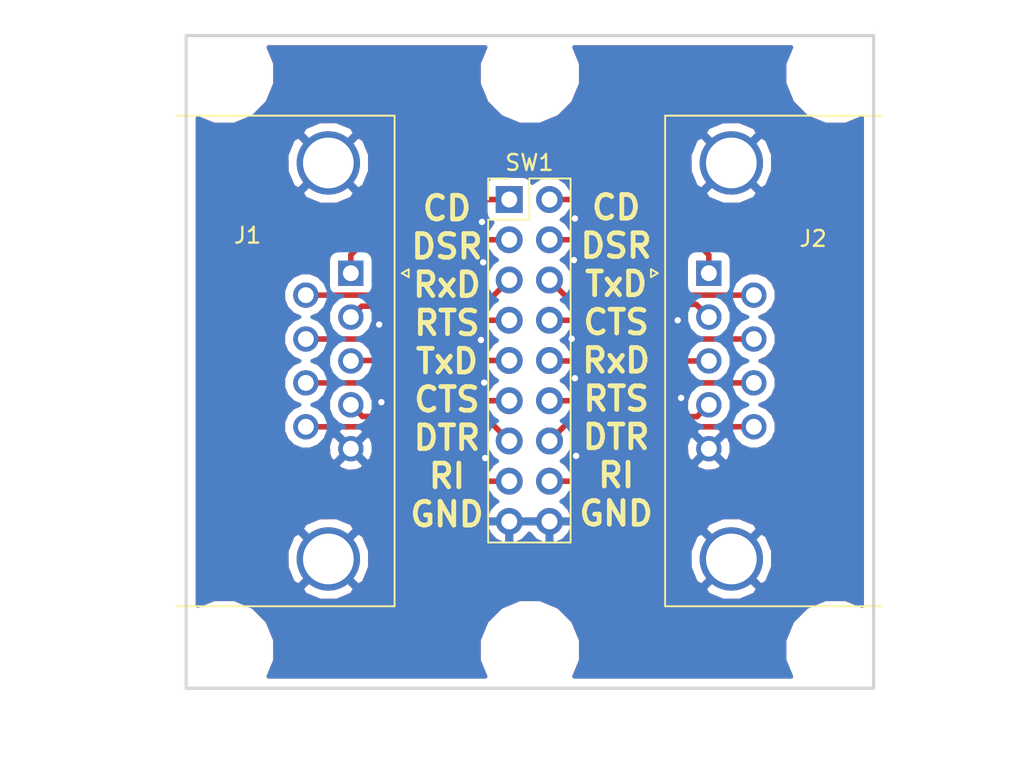
<source format=kicad_pcb>
(kicad_pcb (version 20211014) (generator pcbnew)
  (layers (0 "F.Cu" signal) (31 "B.Cu" signal) (34 "B.Paste" user) (35 "F.Paste" user) (36 "B.SilkS" user "B.Silkscreen") (37 "F.SilkS" user "F.Silkscreen") (38 "B.Mask" user) (39 "F.Mask" user) (44 "Edge.Cuts" user))
  (net 0 "")
  (net 1 "Net-(J1-Pad1)")
  (net 2 "Net-(J1-Pad6)")
  (net 3 "Net-(J1-Pad2)")
  (net 4 "Net-(J1-Pad7)")
  (net 5 "Net-(J1-Pad3)")
  (net 6 "Net-(J1-Pad8)")
  (net 7 "Net-(J1-Pad4)")
  (net 8 "Net-(J1-Pad9)")
  (net 9 "GND")
  (net 10 "Net-(J2-Pad9)")
  (net 11 "Net-(J2-Pad4)")
  (net 12 "Net-(J2-Pad8)")
  (net 13 "Net-(J2-Pad3)")
  (net 14 "Net-(J2-Pad7)")
  (net 15 "Net-(J2-Pad2)")
  (net 16 "Net-(J2-Pad6)")
  (net 17 "Net-(J2-Pad1)")
  (footprint "WiRoc:DSUB-9_Male_Horizontal_P2.77x2.84mm_Edge_Housed_MountingHolesOffset9.96mm_centered_edge_10.92mm" (layer "F.Cu") (at 130 50 -90)
    (fp_text reference "J1" (at -2.3877 6.5179) (layer "F.SilkS"))
    (fp_text value "DB9_Male_MountingHoles")
    (fp_line (start 21.025 -2.76) (end 21.025 10.98) (layer "F.SilkS") (width 0.12))
    (fp_line (start -0.25 -3.654338) (end 0.25 -3.654338) (layer "F.SilkS") (width 0.12))
    (fp_line (start -9.945 10.98) (end -9.945 -2.76) (layer "F.SilkS") (width 0.12))
    (fp_line (start -9.945 -2.76) (end 21.025 -2.76) (layer "F.SilkS") (width 0.12))
    (fp_line (start 0 -3.221325) (end -0.25 -3.654338) (layer "F.SilkS") (width 0.12))
    (fp_line (start 0.25 -3.654338) (end 0 -3.221325) (layer "F.SilkS") (width 0.12))
    (pad "0" thru_hole circle locked (at 18.04 1.42 270) (size 4 4) (drill 3.2) (layers *.Cu *.Mask) (net 9 "GND"))
    (pad "0" thru_hole circle locked (at -6.96 1.42 270) (size 4 4) (drill 3.2) (layers *.Cu *.Mask) (net 9 "GND"))
    (pad "1" thru_hole rect locked (at 0 0 270) (size 1.6 1.6) (drill 1) (layers *.Cu *.Mask) (net 1 "Net-(J1-Pad1)"))
    (pad "2" thru_hole circle locked (at 2.77 0 270) (size 1.6 1.6) (drill 1) (layers *.Cu *.Mask) (net 3 "Net-(J1-Pad2)"))
    (pad "3" thru_hole circle locked (at 5.54 0 270) (size 1.6 1.6) (drill 1) (layers *.Cu *.Mask) (net 5 "Net-(J1-Pad3)"))
    (pad "4" thru_hole circle locked (at 8.31 0 270) (size 1.6 1.6) (drill 1) (layers *.Cu *.Mask) (net 7 "Net-(J1-Pad4)"))
    (pad "5" thru_hole circle locked (at 11.08 0 270) (size 1.6 1.6) (drill 1) (layers *.Cu *.Mask) (net 9 "GND"))
    (pad "6" thru_hole circle locked (at 1.385 2.84 270) (size 1.6 1.6) (drill 1) (layers *.Cu *.Mask) (net 2 "Net-(J1-Pad6)"))
    (pad "7" thru_hole circle locked (at 4.155 2.84 270) (size 1.6 1.6) (drill 1) (layers *.Cu *.Mask) (net 4 "Net-(J1-Pad7)"))
    (pad "8" thru_hole circle locked (at 6.925 2.84 270) (size 1.6 1.6) (drill 1) (layers *.Cu *.Mask) (net 6 "Net-(J1-Pad8)"))
    (pad "9" thru_hole circle locked (at 9.695 2.84 270) (size 1.6 1.6) (drill 1) (layers *.Cu *.Mask) (net 8 "Net-(J1-Pad9)"))
  )
  (footprint "WiRoc:DSUB-9_Female_Horizontal_P2.77x2.84mm_Edge_offset6.96mm_centered_Edge8.08mm" (layer "F.Cu") (at 152.6 50 90)
    (fp_text reference "J2" (at 2.1845 6.5818 180) (layer "F.SilkS"))
    (fp_text value "DB9_Female_MountingHoles")
    (fp_line (start 9.945 -2.76) (end 9.945 10.92) (layer "F.SilkS") (width 0.12))
    (fp_line (start -21.025 -2.76) (end 9.945 -2.76) (layer "F.SilkS") (width 0.12))
    (fp_line (start -0.25 -3.654338) (end 0.25 -3.654338) (layer "F.SilkS") (width 0.12))
    (fp_line (start -21.025 10.92) (end -21.025 -2.76) (layer "F.SilkS") (width 0.12))
    (fp_line (start 0 -3.221325) (end -0.25 -3.654338) (layer "F.SilkS") (width 0.12))
    (fp_line (start 0.25 -3.654338) (end 0 -3.221325) (layer "F.SilkS") (width 0.12))
    (pad "0" thru_hole circle locked (at 6.96 1.42 90) (size 4 4) (drill 3.2) (layers *.Cu *.Mask) (net 9 "GND"))
    (pad "0" thru_hole circle locked (at -18.04 1.42 90) (size 4 4) (drill 3.2) (layers *.Cu *.Mask) (net 9 "GND"))
    (pad "1" thru_hole rect locked (at 0 0 90) (size 1.6 1.6) (drill 1) (layers *.Cu *.Mask) (net 17 "Net-(J2-Pad1)"))
    (pad "2" thru_hole circle locked (at -2.77 0 90) (size 1.6 1.6) (drill 1) (layers *.Cu *.Mask) (net 15 "Net-(J2-Pad2)"))
    (pad "3" thru_hole circle locked (at -5.54 0 90) (size 1.6 1.6) (drill 1) (layers *.Cu *.Mask) (net 13 "Net-(J2-Pad3)"))
    (pad "4" thru_hole circle locked (at -8.31 0 90) (size 1.6 1.6) (drill 1) (layers *.Cu *.Mask) (net 11 "Net-(J2-Pad4)"))
    (pad "5" thru_hole circle locked (at -11.08 0 90) (size 1.6 1.6) (drill 1) (layers *.Cu *.Mask) (net 9 "GND"))
    (pad "6" thru_hole circle locked (at -1.385 2.84 90) (size 1.6 1.6) (drill 1) (layers *.Cu *.Mask) (net 16 "Net-(J2-Pad6)"))
    (pad "7" thru_hole circle locked (at -4.155 2.84 90) (size 1.6 1.6) (drill 1) (layers *.Cu *.Mask) (net 14 "Net-(J2-Pad7)"))
    (pad "8" thru_hole circle locked (at -6.925 2.84 90) (size 1.6 1.6) (drill 1) (layers *.Cu *.Mask) (net 12 "Net-(J2-Pad8)"))
    (pad "9" thru_hole circle locked (at -9.695 2.84 90) (size 1.6 1.6) (drill 1) (layers *.Cu *.Mask) (net 10 "Net-(J2-Pad9)"))
  )
  (footprint "WiRoc:PinHeader_Serial_Blocker" (layer "F.Cu") (at 140 45.35)
    (fp_text reference "SW1" (at 1.27 -2.33) (layer "F.SilkS"))
    (fp_text value "SW_DIP_x09")
    (fp_line (start 1.27 -1.33) (end 3.87 -1.33) (layer "F.SilkS") (width 0.12))
    (fp_line (start -1.33 21.65) (end 3.87 21.65) (layer "F.SilkS") (width 0.12))
    (fp_line (start -1.33 0) (end -1.33 -1.33) (layer "F.SilkS") (width 0.12))
    (fp_line (start 3.87 -1.33) (end 3.87 21.65) (layer "F.SilkS") (width 0.12))
    (fp_line (start 1.27 1.27) (end 1.27 -1.33) (layer "F.SilkS") (width 0.12))
    (fp_line (start -1.33 1.27) (end 1.27 1.27) (layer "F.SilkS") (width 0.12))
    (fp_line (start -1.33 -1.33) (end 0 -1.33) (layer "F.SilkS") (width 0.12))
    (fp_line (start -1.33 1.27) (end -1.33 21.65) (layer "F.SilkS") (width 0.12))
    (pad "1" thru_hole rect locked (at 0 0) (size 1.7 1.7) (drill 1) (layers *.Cu *.Mask) (net 1 "Net-(J1-Pad1)"))
    (pad "2" thru_hole oval locked (at 0 2.54) (size 1.7 1.7) (drill 1) (layers *.Cu *.Mask) (net 2 "Net-(J1-Pad6)"))
    (pad "3" thru_hole oval locked (at 0 5.08) (size 1.7 1.7) (drill 1) (layers *.Cu *.Mask) (net 3 "Net-(J1-Pad2)"))
    (pad "4" thru_hole oval locked (at 0 7.62) (size 1.7 1.7) (drill 1) (layers *.Cu *.Mask) (net 4 "Net-(J1-Pad7)"))
    (pad "5" thru_hole oval locked (at 0 10.16) (size 1.7 1.7) (drill 1) (layers *.Cu *.Mask) (net 5 "Net-(J1-Pad3)"))
    (pad "6" thru_hole oval locked (at 0 12.7) (size 1.7 1.7) (drill 1) (layers *.Cu *.Mask) (net 6 "Net-(J1-Pad8)"))
    (pad "7" thru_hole oval locked (at 0 15.24) (size 1.7 1.7) (drill 1) (layers *.Cu *.Mask) (net 7 "Net-(J1-Pad4)"))
    (pad "8" thru_hole oval locked (at 0 17.78) (size 1.7 1.7) (drill 1) (layers *.Cu *.Mask) (net 8 "Net-(J1-Pad9)"))
    (pad "9" thru_hole oval locked (at 0 20.32) (size 1.7 1.7) (drill 1) (layers *.Cu *.Mask) (net 9 "GND"))
    (pad "10" thru_hole oval locked (at 2.54 20.32) (size 1.7 1.7) (drill 1) (layers *.Cu *.Mask) (net 9 "GND"))
    (pad "11" thru_hole oval locked (at 2.54 17.78) (size 1.7 1.7) (drill 1) (layers *.Cu *.Mask) (net 10 "Net-(J2-Pad9)"))
    (pad "12" thru_hole oval locked (at 2.54 15.24) (size 1.7 1.7) (drill 1) (layers *.Cu *.Mask) (net 11 "Net-(J2-Pad4)"))
    (pad "13" thru_hole oval locked (at 2.54 12.7) (size 1.7 1.7) (drill 1) (layers *.Cu *.Mask) (net 12 "Net-(J2-Pad8)"))
    (pad "14" thru_hole oval locked (at 2.54 10.16) (size 1.7 1.7) (drill 1) (layers *.Cu *.Mask) (net 13 "Net-(J2-Pad3)"))
    (pad "15" thru_hole oval locked (at 2.54 7.62) (size 1.7 1.7) (drill 1) (layers *.Cu *.Mask) (net 14 "Net-(J2-Pad7)"))
    (pad "16" thru_hole oval locked (at 2.54 5.08) (size 1.7 1.7) (drill 1) (layers *.Cu *.Mask) (net 15 "Net-(J2-Pad2)"))
    (pad "17" thru_hole oval locked (at 2.54 2.54) (size 1.7 1.7) (drill 1) (layers *.Cu *.Mask) (net 16 "Net-(J2-Pad6)"))
    (pad "18" thru_hole oval locked (at 2.54 0) (size 1.7 1.7) (drill 1) (layers *.Cu *.Mask) (net 17 "Net-(J2-Pad1)"))
  )
  (footprint "MountingHole:MountingHole_2.2mm_M2" (layer "F.Cu") (at 122 37.4)
    (fp_text reference "REF**" hide)
    (fp_text value "MountingHole_2.2mm_M2")
    (pad "" np_thru_hole circle locked (at 0 0) (size 2.2 2.2) (drill 2.2) (layers *.Cu *.Mask))
  )
  (footprint "MountingHole:MountingHole_2.2mm_M2" (layer "F.Cu") (at 160.6 37.4)
    (fp_text reference "REF**" hide)
    (fp_text value "MountingHole_2.2mm_M2")
    (pad "" np_thru_hole circle locked (at 0 0) (size 2.2 2.2) (drill 2.2) (layers *.Cu *.Mask))
  )
  (footprint "MountingHole:MountingHole_2.2mm_M2" (layer "F.Cu") (at 160.6 73.8)
    (fp_text reference "REF**" hide)
    (fp_text value "MountingHole_2.2mm_M2")
    (pad "" np_thru_hole circle locked (at 0 0) (size 2.2 2.2) (drill 2.2) (layers *.Cu *.Mask))
  )
  (footprint "MountingHole:MountingHole_2.2mm_M2" (layer "F.Cu") (at 122 73.8)
    (fp_text reference "REF**" hide)
    (fp_text value "MountingHole_2.2mm_M2")
    (pad "" np_thru_hole circle locked (at 0 0) (size 2.2 2.2) (drill 2.2) (layers *.Cu *.Mask))
  )
  (footprint "MountingHole:MountingHole_2.2mm_M2" (layer "F.Cu") (at 141.3 73.8)
    (fp_text reference "REF**" hide)
    (fp_text value "MountingHole_2.2mm_M2")
    (pad "" np_thru_hole circle locked (at 0 0) (size 2.2 2.2) (drill 2.2) (layers *.Cu *.Mask))
  )
  (footprint "MountingHole:MountingHole_2.2mm_M2" (layer "F.Cu") (at 141.3 37.4)
    (fp_text reference "REF**" hide)
    (fp_text value "MountingHole_2.2mm_M2")
    (pad "" np_thru_hole circle locked (at 0 0) (size 2.2 2.2) (drill 2.2) (layers *.Cu *.Mask))
  )
  (gr_line (start 163 76.2) (end 119.6 76.2) (layer "Edge.Cuts") (width 0.2))
  (gr_line (start 163 35) (end 163 76.2) (layer "Edge.Cuts") (width 0.2))
  (gr_line (start 119.6 35) (end 163 35) (layer "Edge.Cuts") (width 0.2))
  (gr_line (start 119.6 76.2) (end 119.6 35) (layer "Edge.Cuts") (width 0.2))
  (gr_text "CD\nDSR\nTxD\nCTS\nRxD\nRTS\nDTR\nRI\nGND" (at 146.7485 55.5117) (layer "F.SilkS") (effects (font (size 1.5 1.5) (thickness 0.3))))
  (gr_text "CD\nDSR\nRxD\nRTS\nTxD\nCTS\nDTR\nRI\nGND" (at 136.0678 55.5625) (layer "F.SilkS") (effects (font (size 1.5 1.5) (thickness 0.3))))
  (segment (start 133.5 45.35) (end 130 48.85) (width 0.35) (layer "F.Cu") (net 1))
  (segment (start 130 48.85) (end 130 50) (width 0.35) (layer "F.Cu") (net 1))
  (segment (start 140 45.35) (end 133.5 45.35) (width 0.35) (layer "F.Cu") (net 1))
  (segment (start 132.4602 51.385) (end 127.16 51.385) (width 0.35) (layer "F.Cu") (net 2))
  (segment (start 135.9552 47.89) (end 132.4602 51.385) (width 0.35) (layer "F.Cu") (net 2))
  (segment (start 140 47.89) (end 135.9552 47.89) (width 0.35) (layer "F.Cu") (net 2))
  (segment (start 130.6873 52.0827) (end 130 52.77) (width 0.35) (layer "F.Cu") (net 3))
  (segment (start 138.3473 52.0827) (end 130.6873 52.0827) (width 0.35) (layer "F.Cu") (net 3))
  (segment (start 140 50.43) (end 138.3473 52.0827) (width 0.35) (layer "F.Cu") (net 3))
  (segment (start 140 52.97) (end 138.0507 52.97) (width 0.35) (layer "F.Cu") (net 4))
  (segment (start 138.0507 52.97) (end 136.8657 54.155) (width 0.35) (layer "F.Cu") (net 4))
  (segment (start 136.8657 54.155) (end 128.29137 54.155) (width 0.35) (layer "F.Cu") (net 4))
  (segment (start 128.29137 54.155) (end 127.16 54.155) (width 0.35) (layer "F.Cu") (net 4))
  (segment (start 130.03 55.51) (end 130 55.54) (width 0.35) (layer "F.Cu") (net 5))
  (segment (start 140 55.51) (end 130.03 55.51) (width 0.35) (layer "F.Cu") (net 5))
  (segment (start 140 58.05) (end 137.7679 58.05) (width 0.35) (layer "F.Cu") (net 6))
  (segment (start 137.7679 58.05) (end 136.6429 56.925) (width 0.35) (layer "F.Cu") (net 6))
  (segment (start 136.6429 56.925) (end 127.16 56.925) (width 0.35) (layer "F.Cu") (net 6))
  (segment (start 130.7323 59.0423) (end 130 58.31) (width 0.35) (layer "F.Cu") (net 7))
  (segment (start 138.4523 59.0423) (end 130.7323 59.0423) (width 0.35) (layer "F.Cu") (net 7))
  (segment (start 140 60.59) (end 138.4523 59.0423) (width 0.35) (layer "F.Cu") (net 7))
  (segment (start 134.9739 63.13) (end 131.5389 59.695) (width 0.35) (layer "F.Cu") (net 8))
  (segment (start 131.5389 59.695) (end 128.29137 59.695) (width 0.35) (layer "F.Cu") (net 8))
  (segment (start 128.29137 59.695) (end 127.16 59.695) (width 0.35) (layer "F.Cu") (net 8))
  (segment (start 140 63.13) (end 134.9739 63.13) (width 0.35) (layer "F.Cu") (net 8))
  (via (at 144.0815 49.1744) (size 0.8) (drill 0.4) (layers "F.Cu" "B.Cu") (net 9))
  (via (at 138.3538 49.3141) (size 0.8) (drill 0.4) (layers "F.Cu" "B.Cu") (net 9))
  (via (at 150.6347 52.9717) (size 0.8) (drill 0.4) (layers "F.Cu" "B.Cu") (net 9))
  (via (at 131.9276 58.1406) (size 0.8) (drill 0.4) (layers "F.Cu" "B.Cu") (net 9))
  (via (at 144.145 46.5455) (size 0.8) (drill 0.4) (layers "F.Cu" "B.Cu") (net 9))
  (via (at 150.8506 57.8739) (size 0.8) (drill 0.4) (layers "F.Cu" "B.Cu") (net 9))
  (via (at 144.2212 61.5315) (size 0.8) (drill 0.4) (layers "F.Cu" "B.Cu") (net 9))
  (via (at 143.9418 54.1401) (size 0.8) (drill 0.4) (layers "F.Cu" "B.Cu") (net 9))
  (via (at 138.2141 54.2163) (size 0.8) (drill 0.4) (layers "F.Cu" "B.Cu") (net 9))
  (via (at 138.4808 61.6712) (size 0.8) (drill 0.4) (layers "F.Cu" "B.Cu") (net 9))
  (via (at 138.2776 46.7614) (size 0.8) (drill 0.4) (layers "F.Cu" "B.Cu") (net 9))
  (via (at 138.4173 56.9087) (size 0.8) (drill 0.4) (layers "F.Cu" "B.Cu") (net 9))
  (via (at 131.7879 53.2384) (size 0.8) (drill 0.4) (layers "F.Cu" "B.Cu") (net 9))
  (via (at 144.145 56.6293) (size 0.8) (drill 0.4) (layers "F.Cu" "B.Cu") (net 9))
  (segment (start 150.9218 59.695) (end 147.4868 63.13) (width 0.35) (layer "F.Cu") (net 10))
  (segment (start 147.4868 63.13) (end 142.54 63.13) (width 0.35) (layer "F.Cu") (net 10))
  (segment (start 155.44 59.695) (end 150.9218 59.695) (width 0.35) (layer "F.Cu") (net 10))
  (segment (start 152.6 58.31) (end 151.855 59.055) (width 0.35) (layer "F.Cu") (net 11))
  (segment (start 151.855 59.055) (end 144.075 59.055) (width 0.35) (layer "F.Cu") (net 11))
  (segment (start 144.075 59.055) (end 142.54 60.59) (width 0.35) (layer "F.Cu") (net 11))
  (segment (start 155.44 56.925) (end 145.894 56.925) (width 0.35) (layer "F.Cu") (net 12))
  (segment (start 144.7673 58.0517) (end 142.5417 58.0517) (width 0.35) (layer "F.Cu") (net 12))
  (segment (start 145.894 56.925) (end 144.7673 58.0517) (width 0.35) (layer "F.Cu") (net 12))
  (segment (start 142.5417 58.0517) (end 142.54 58.05) (width 0.35) (layer "F.Cu") (net 12))
  (segment (start 142.57 55.54) (end 142.54 55.51) (width 0.35) (layer "F.Cu") (net 13))
  (segment (start 152.6 55.54) (end 142.57 55.54) (width 0.35) (layer "F.Cu") (net 13))
  (segment (start 154.30863 54.155) (end 155.44 54.155) (width 0.35) (layer "F.Cu") (net 14))
  (segment (start 145.9506 54.155) (end 154.30863 54.155) (width 0.35) (layer "F.Cu") (net 14))
  (segment (start 142.54 52.97) (end 144.7656 52.97) (width 0.35) (layer "F.Cu") (net 14))
  (segment (start 144.7656 52.97) (end 145.9506 54.155) (width 0.35) (layer "F.Cu") (net 14))
  (segment (start 151.800001 51.970001) (end 144.080001 51.970001) (width 0.35) (layer "F.Cu") (net 15))
  (segment (start 143.389999 51.279999) (end 142.54 50.43) (width 0.35) (layer "F.Cu") (net 15))
  (segment (start 144.080001 51.970001) (end 143.389999 51.279999) (width 0.35) (layer "F.Cu") (net 15))
  (segment (start 152.6 52.77) (end 151.800001 51.970001) (width 0.35) (layer "F.Cu") (net 15))
  (segment (start 150.8006 51.385) (end 147.3056 47.89) (width 0.35) (layer "F.Cu") (net 16))
  (segment (start 155.44 51.385) (end 150.8006 51.385) (width 0.35) (layer "F.Cu") (net 16))
  (segment (start 147.3056 47.89) (end 142.54 47.89) (width 0.35) (layer "F.Cu") (net 16))
  (segment (start 142.54 45.35) (end 149.1 45.35) (width 0.35) (layer "F.Cu") (net 17))
  (segment (start 152.6 48.85) (end 152.6 50) (width 0.35) (layer "F.Cu") (net 17))
  (segment (start 149.1 45.35) (end 152.6 48.85) (width 0.35) (layer "F.Cu") (net 17))
  (zone (net 9) (net_name "GND") (layer "F.Cu") (connect_pads (clearance 0.508)) (min_thickness 0.254) (fill yes (thermal_gap 0.508) (thermal_bridge_width 0.508))
    (polygon (pts (xy 118.6053 33.9979) (xy 164.0078 34.0487) (xy 164.1094 78.1431) (xy 118.364 78.7527)))
  )
  (zone (net 9) (net_name "GND") (layer "B.Cu") (connect_pads (clearance 0.508)) (min_thickness 0.254) (fill yes (thermal_gap 0.508) (thermal_bridge_width 0.508))
    (polygon (pts (xy 117.5639 32.7533) (xy 165.227 32.7533) (xy 166.37 79.5274) (xy 116.5606 81.2927)))
  )
)
</source>
